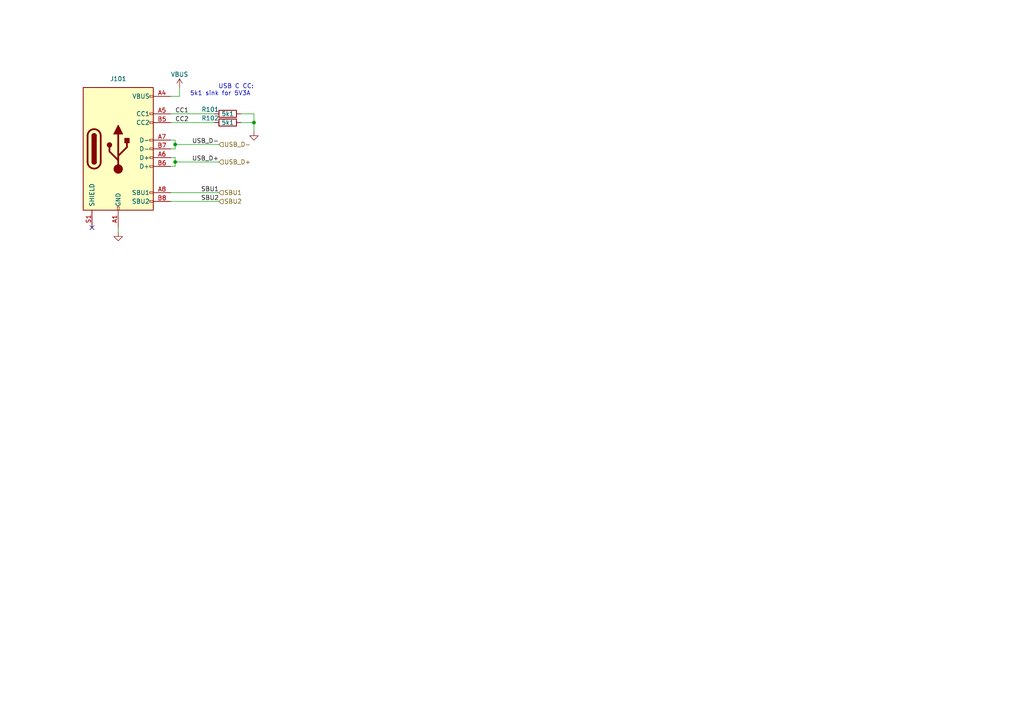
<source format=kicad_sch>
(kicad_sch (version 20231120) (generator "eeschema") (generator_version "8.0")
  (paper "A4")
  (title_block (title "USB C") (date "2024-07-08") (rev "1") (company "Scott CJX"))
  (lib_symbols
    (symbol "Connector:USB_C_Receptacle_USB2.0" (pin_names (offset 1.016))
      (property "Reference" "J" (at -10.16 19.05 0))
      (property "Value" "USB_C_Receptacle_USB2.0" (at 19.05 19.05 0))
      (symbol "USB_C_Receptacle_USB2.0_0_0"
        (rectangle (start -0.254 -17.78) (end 0.254 -16.764))
        (rectangle (start 10.16 -14.986) (end 9.144 -15.494))
        (rectangle (start 10.16 -12.446) (end 9.144 -12.954))
        (rectangle (start 10.16 -4.826) (end 9.144 -5.334))
        (rectangle (start 10.16 -2.286) (end 9.144 -2.794))
        (rectangle (start 10.16 0.254) (end 9.144 -0.254))
        (rectangle (start 10.16 2.794) (end 9.144 2.286))
        (rectangle (start 10.16 7.874) (end 9.144 7.366))
        (rectangle (start 10.16 10.414) (end 9.144 9.906))
        (rectangle (start 10.16 15.494) (end 9.144 14.986))
      )
      (symbol "USB_C_Receptacle_USB2.0_0_1"
        (rectangle (start -10.16 17.78) (end 10.16 -17.78) (stroke (width 0.254)) (fill (type background)))
        (arc (start -8.89 -3.81) (mid -6.985 -5.7067) (end -5.08 -3.81) (stroke (width 0.508)))
        (arc (start -7.62 -3.81) (mid -6.985 -4.4423) (end -6.35 -3.81) (stroke (width 0.254)))
        (arc (start -7.62 -3.81) (mid -6.985 -4.4423) (end -6.35 -3.81) (stroke (width 0.254)) (fill (type outline)))
        (rectangle (start -7.62 -3.81) (end -6.35 3.81) (stroke (width 0.254)) (fill (type outline)))
        (arc (start -6.35 3.81) (mid -6.985 4.4423) (end -7.62 3.81) (stroke (width 0.254)))
        (arc (start -6.35 3.81) (mid -6.985 4.4423) (end -7.62 3.81) (stroke (width 0.254)) (fill (type outline)))
        (arc (start -5.08 3.81) (mid -6.985 5.7067) (end -8.89 3.81) (stroke (width 0.508)))
        (circle (center -2.54 1.143) (radius 0.635) (stroke (width 0.254)) (fill (type outline)))
        (circle (center 0 -5.842) (radius 1.27) (fill (type outline)))
        (polyline (pts (xy -8.89 -3.81) (xy -8.89 3.81)) (stroke (width 0.508)))
        (polyline (pts (xy -5.08 3.81) (xy -5.08 -3.81)) (stroke (width 0.508)))
        (polyline (pts (xy 0 -5.842) (xy 0 4.318)) (stroke (width 0.508)))
        (polyline (pts (xy 0 -3.302) (xy -2.54 -0.762) (xy -2.54 0.508)) (stroke (width 0.508)))
        (polyline (pts (xy 0 -2.032) (xy 2.54 0.508) (xy 2.54 1.778)) (stroke (width 0.508)))
        (polyline (pts (xy -1.27 4.318) (xy 0 6.858) (xy 1.27 4.318) (xy -1.27 4.318)) (stroke (width 0.254)) (fill (type outline)))
        (rectangle (start 1.905 1.778) (end 3.175 3.048) (stroke (width 0.254)) (fill (type outline)))
      )
      (symbol "USB_C_Receptacle_USB2.0_1_1"
        (pin passive line (at 0 -22.86 90) (length 5.08) (name "GND") (number "A1"))
        (pin passive line (at 0 -22.86 90) (length 5.08) hide (name "GND") (number "A12"))
        (pin passive line (at 15.24 15.24 180) (length 5.08) (name "VBUS") (number "A4"))
        (pin bidirectional line (at 15.24 10.16 180) (length 5.08) (name "CC1") (number "A5"))
        (pin bidirectional line (at 15.24 -2.54 180) (length 5.08) (name "D+") (number "A6"))
        (pin bidirectional line (at 15.24 2.54 180) (length 5.08) (name "D-") (number "A7"))
        (pin bidirectional line (at 15.24 -12.7 180) (length 5.08) (name "SBU1") (number "A8"))
        (pin passive line (at 15.24 15.24 180) (length 5.08) hide (name "VBUS") (number "A9"))
        (pin passive line (at 0 -22.86 90) (length 5.08) hide (name "GND") (number "B1"))
        (pin passive line (at 0 -22.86 90) (length 5.08) hide (name "GND") (number "B12"))
        (pin passive line (at 15.24 15.24 180) (length 5.08) hide (name "VBUS") (number "B4"))
        (pin bidirectional line (at 15.24 7.62 180) (length 5.08) (name "CC2") (number "B5"))
        (pin bidirectional line (at 15.24 -5.08 180) (length 5.08) (name "D+") (number "B6"))
        (pin bidirectional line (at 15.24 0 180) (length 5.08) (name "D-") (number "B7"))
        (pin bidirectional line (at 15.24 -15.24 180) (length 5.08) (name "SBU2") (number "B8"))
        (pin passive line (at 15.24 15.24 180) (length 5.08) hide (name "VBUS") (number "B9"))
        (pin passive line (at -7.62 -22.86 90) (length 5.08) (name "SHIELD") (number "S1"))
      )
    )
    (symbol "Device:R" (pin_numbers hide) (pin_names (offset 0))
      (property "Reference" "R" (at 2.032 0 90))
      (property "Value" "R" (at 0 0 90))
      (symbol "R_0_1"
        (rectangle (start -1.016 -2.54) (end 1.016 2.54) (stroke (width 0.254)))
      )
      (symbol "R_1_1"
        (pin passive line (at 0 3.81 270) (length 1.27) (name "~") (number "1"))
        (pin passive line (at 0 -3.81 90) (length 1.27) (name "~") (number "2"))
      )
    )
    (symbol "power:GND" (power) (pin_names (offset 0))
      (property "Value" "GND" (at 0 -3.81 0))
      (symbol "GND_0_1"
        (polyline (pts (xy 0 0) (xy 0 -1.27) (xy 1.27 -1.27) (xy 0 -2.54) (xy -1.27 -1.27) (xy 0 -1.27)))
      )
      (symbol "GND_1_1"
        (pin power_in line (at 0 0 270) (length 0) hide (name "GND") (number "1"))
      )
    )
    (symbol "power:VBUS" (power) (pin_names (offset 0))
      (property "Value" "VBUS" (at 0 3.81 0))
      (symbol "VBUS_0_1"
        (polyline (pts (xy -0.762 1.27) (xy 0 2.54)))
        (polyline (pts (xy 0 0) (xy 0 2.54)))
        (polyline (pts (xy 0 2.54) (xy 0.762 1.27)))
      )
      (symbol "VBUS_1_1"
        (pin power_in line (at 0 0 90) (length 0) hide (name "VBUS") (number "1"))
      )
    )
  )
  (junction (at 73.66 35.56))
  (junction (at 50.8 46.99))
  (junction (at 50.8 41.91))
  (no_connect (at 26.67 66.04))
  (wire (pts (xy 50.8 46.99) (xy 63.5 46.99)))
  (wire (pts (xy 49.53 35.56) (xy 62.23 35.56)))
  (wire (pts (xy 34.29 66.04) (xy 34.29 67.31)))
  (wire (pts (xy 49.53 58.42) (xy 63.5 58.42)))
  (wire (pts (xy 50.8 48.26) (xy 49.53 48.26)))
  (wire (pts (xy 50.8 41.91) (xy 63.5 41.91)))
  (wire (pts (xy 49.53 27.94) (xy 52.07 27.94)))
  (wire (pts (xy 50.8 43.18) (xy 49.53 43.18)))
  (wire (pts (xy 52.07 25.4) (xy 52.07 27.94)))
  (wire (pts (xy 49.53 45.72) (xy 50.8 45.72)))
  (wire (pts (xy 50.8 45.72) (xy 50.8 46.99)))
  (wire (pts (xy 50.8 40.64) (xy 50.8 41.91)))
  (wire (pts (xy 73.66 38.1) (xy 73.66 35.56)))
  (wire (pts (xy 69.85 35.56) (xy 73.66 35.56)))
  (wire (pts (xy 49.53 33.02) (xy 62.23 33.02)))
  (wire (pts (xy 49.53 55.88) (xy 63.5 55.88)))
  (wire (pts (xy 50.8 41.91) (xy 50.8 43.18)))
  (wire (pts (xy 49.53 40.64) (xy 50.8 40.64)))
  (wire (pts (xy 69.85 33.02) (xy 73.66 33.02)))
  (wire (pts (xy 50.8 46.99) (xy 50.8 48.26)))
  (wire (pts (xy 73.66 33.02) (xy 73.66 35.56)))
  (text "USB C CC:\n5k1 sink for 5V3A " (at 73.66 27.94 0) (effects (font (size 1.27 1.27)) (justify right bottom)))
  (label "CC2" (at 50.8 35.56 0))
  (label "SBU2" (at 63.5 58.42 180))
  (label "SBU1" (at 63.5 55.88 180))
  (label "CC1" (at 50.8 33.02 0))
  (label "USB_D+" (at 63.5 46.99 180))
  (label "USB_D-" (at 63.5 41.91 180))
  (hierarchical_label "SBU2" (shape input) (at 63.5 58.42 0))
  (hierarchical_label "USB_D+" (shape input) (at 63.5 46.99 0))
  (hierarchical_label "SBU1" (shape input) (at 63.5 55.88 0))
  (hierarchical_label "USB_D-" (shape input) (at 63.5 41.91 0))
  (symbol (lib_id "Device:R") (at 66.04 33.02 90) (unit 1)
    (property "Reference" "R101" (at 60.96 31.75 90))
    (property "Value" "5k1" (at 66.04 33.02 90))
    (property "Footprint" "Resistor_SMD:R_0603_1608Metric" (effects (hide yes)))
    (property "LCSC" "C23186" (effects (hide yes)))
    (property "Assemble" "1" (effects (hide yes)))
  )
  (symbol (lib_id "power:VBUS") (at 52.07 25.4 0) (unit 1)
    (property "Reference" "#PWR0101" (effects (hide yes)))
    (property "Value" "VBUS" (at 52.07 21.59 0))
  )
  (symbol (lib_id "Connector:USB_C_Receptacle_USB2.0") (at 34.29 43.18 0) (unit 1)
    (property "Reference" "J101" (at 34.29 22.86 0))
    (property "Value" "USB_C" (effects (hide yes)))
    (property "Footprint" "NVF-Kicad:USBC_HRO_TYPE-C-31-M-12" (effects (hide yes)))
    (property "Datasheet" "https://www.usb.org/sites/default/files/documents/usb_type-c.zip" (effects (hide yes)))
    (property "LCSC" "C165948" (effects (hide yes)))
    (property "Assemble" "1" (effects (hide yes)))
  )
  (symbol (lib_id "power:GND") (at 73.66 38.1 0) (unit 1)
    (property "Reference" "#PWR0102" (effects (hide yes)))
    (property "Value" "GND" (effects (hide yes)))
  )
  (symbol (lib_id "Device:R") (at 66.04 35.56 90) (unit 1)
    (property "Reference" "R102" (at 60.96 34.29 90))
    (property "Value" "5k1" (at 66.04 35.56 90))
    (property "Footprint" "Resistor_SMD:R_0603_1608Metric" (effects (hide yes)))
    (property "LCSC" "C23186" (effects (hide yes)))
    (property "Assemble" "1" (effects (hide yes)))
  )
  (symbol (lib_id "power:GND") (at 34.29 67.31 0) (unit 1)
    (property "Reference" "#PWR0103" (effects (hide yes)))
    (property "Value" "GND" (effects (hide yes)))
  )
)
</source>
